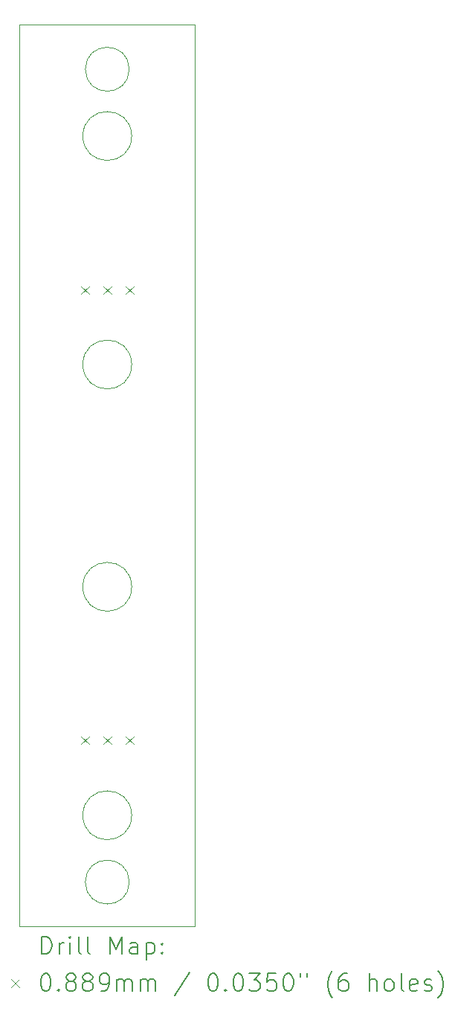
<source format=gbr>
%TF.GenerationSoftware,KiCad,Pcbnew,(6.0.8-1)-1*%
%TF.CreationDate,2022-10-13T14:55:58-04:00*%
%TF.ProjectId,FCAL,4643414c-2e6b-4696-9361-645f70636258,rev?*%
%TF.SameCoordinates,Original*%
%TF.FileFunction,Drillmap*%
%TF.FilePolarity,Positive*%
%FSLAX45Y45*%
G04 Gerber Fmt 4.5, Leading zero omitted, Abs format (unit mm)*
G04 Created by KiCad (PCBNEW (6.0.8-1)-1) date 2022-10-13 14:55:58*
%MOMM*%
%LPD*%
G01*
G04 APERTURE LIST*
%ADD10C,0.100000*%
%ADD11C,0.200000*%
%ADD12C,0.088900*%
G04 APERTURE END LIST*
D10*
X11278150Y-8865000D02*
G75*
G03*
X11278150Y-8865000I-278150J0D01*
G01*
X11278150Y-13995000D02*
G75*
G03*
X11278150Y-13995000I-278150J0D01*
G01*
X10000000Y-5000000D02*
X12000000Y-5000000D01*
X12000000Y-5000000D02*
X12000000Y-15260000D01*
X12000000Y-15260000D02*
X10000000Y-15260000D01*
X10000000Y-15260000D02*
X10000000Y-5000000D01*
X11250000Y-5505000D02*
G75*
G03*
X11250000Y-5505000I-250000J0D01*
G01*
X11278150Y-6265000D02*
G75*
G03*
X11278150Y-6265000I-278150J0D01*
G01*
X11278150Y-11395000D02*
G75*
G03*
X11278150Y-11395000I-278150J0D01*
G01*
X11250000Y-14755000D02*
G75*
G03*
X11250000Y-14755000I-250000J0D01*
G01*
D11*
D12*
X10701550Y-7975550D02*
X10790450Y-8064450D01*
X10790450Y-7975550D02*
X10701550Y-8064450D01*
X10701550Y-13095550D02*
X10790450Y-13184450D01*
X10790450Y-13095550D02*
X10701550Y-13184450D01*
X10955550Y-7975550D02*
X11044450Y-8064450D01*
X11044450Y-7975550D02*
X10955550Y-8064450D01*
X10955550Y-13095550D02*
X11044450Y-13184450D01*
X11044450Y-13095550D02*
X10955550Y-13184450D01*
X11209550Y-7975550D02*
X11298450Y-8064450D01*
X11298450Y-7975550D02*
X11209550Y-8064450D01*
X11209550Y-13095550D02*
X11298450Y-13184450D01*
X11298450Y-13095550D02*
X11209550Y-13184450D01*
D11*
X10252619Y-15575476D02*
X10252619Y-15375476D01*
X10300238Y-15375476D01*
X10328810Y-15385000D01*
X10347857Y-15404048D01*
X10357381Y-15423095D01*
X10366905Y-15461190D01*
X10366905Y-15489762D01*
X10357381Y-15527857D01*
X10347857Y-15546905D01*
X10328810Y-15565952D01*
X10300238Y-15575476D01*
X10252619Y-15575476D01*
X10452619Y-15575476D02*
X10452619Y-15442143D01*
X10452619Y-15480238D02*
X10462143Y-15461190D01*
X10471667Y-15451667D01*
X10490714Y-15442143D01*
X10509762Y-15442143D01*
X10576429Y-15575476D02*
X10576429Y-15442143D01*
X10576429Y-15375476D02*
X10566905Y-15385000D01*
X10576429Y-15394524D01*
X10585952Y-15385000D01*
X10576429Y-15375476D01*
X10576429Y-15394524D01*
X10700238Y-15575476D02*
X10681190Y-15565952D01*
X10671667Y-15546905D01*
X10671667Y-15375476D01*
X10805000Y-15575476D02*
X10785952Y-15565952D01*
X10776429Y-15546905D01*
X10776429Y-15375476D01*
X11033571Y-15575476D02*
X11033571Y-15375476D01*
X11100238Y-15518333D01*
X11166905Y-15375476D01*
X11166905Y-15575476D01*
X11347857Y-15575476D02*
X11347857Y-15470714D01*
X11338333Y-15451667D01*
X11319286Y-15442143D01*
X11281190Y-15442143D01*
X11262143Y-15451667D01*
X11347857Y-15565952D02*
X11328809Y-15575476D01*
X11281190Y-15575476D01*
X11262143Y-15565952D01*
X11252619Y-15546905D01*
X11252619Y-15527857D01*
X11262143Y-15508809D01*
X11281190Y-15499286D01*
X11328809Y-15499286D01*
X11347857Y-15489762D01*
X11443095Y-15442143D02*
X11443095Y-15642143D01*
X11443095Y-15451667D02*
X11462143Y-15442143D01*
X11500238Y-15442143D01*
X11519286Y-15451667D01*
X11528809Y-15461190D01*
X11538333Y-15480238D01*
X11538333Y-15537381D01*
X11528809Y-15556428D01*
X11519286Y-15565952D01*
X11500238Y-15575476D01*
X11462143Y-15575476D01*
X11443095Y-15565952D01*
X11624048Y-15556428D02*
X11633571Y-15565952D01*
X11624048Y-15575476D01*
X11614524Y-15565952D01*
X11624048Y-15556428D01*
X11624048Y-15575476D01*
X11624048Y-15451667D02*
X11633571Y-15461190D01*
X11624048Y-15470714D01*
X11614524Y-15461190D01*
X11624048Y-15451667D01*
X11624048Y-15470714D01*
D12*
X9906100Y-15860550D02*
X9995000Y-15949450D01*
X9995000Y-15860550D02*
X9906100Y-15949450D01*
D11*
X10290714Y-15795476D02*
X10309762Y-15795476D01*
X10328810Y-15805000D01*
X10338333Y-15814524D01*
X10347857Y-15833571D01*
X10357381Y-15871667D01*
X10357381Y-15919286D01*
X10347857Y-15957381D01*
X10338333Y-15976428D01*
X10328810Y-15985952D01*
X10309762Y-15995476D01*
X10290714Y-15995476D01*
X10271667Y-15985952D01*
X10262143Y-15976428D01*
X10252619Y-15957381D01*
X10243095Y-15919286D01*
X10243095Y-15871667D01*
X10252619Y-15833571D01*
X10262143Y-15814524D01*
X10271667Y-15805000D01*
X10290714Y-15795476D01*
X10443095Y-15976428D02*
X10452619Y-15985952D01*
X10443095Y-15995476D01*
X10433571Y-15985952D01*
X10443095Y-15976428D01*
X10443095Y-15995476D01*
X10566905Y-15881190D02*
X10547857Y-15871667D01*
X10538333Y-15862143D01*
X10528810Y-15843095D01*
X10528810Y-15833571D01*
X10538333Y-15814524D01*
X10547857Y-15805000D01*
X10566905Y-15795476D01*
X10605000Y-15795476D01*
X10624048Y-15805000D01*
X10633571Y-15814524D01*
X10643095Y-15833571D01*
X10643095Y-15843095D01*
X10633571Y-15862143D01*
X10624048Y-15871667D01*
X10605000Y-15881190D01*
X10566905Y-15881190D01*
X10547857Y-15890714D01*
X10538333Y-15900238D01*
X10528810Y-15919286D01*
X10528810Y-15957381D01*
X10538333Y-15976428D01*
X10547857Y-15985952D01*
X10566905Y-15995476D01*
X10605000Y-15995476D01*
X10624048Y-15985952D01*
X10633571Y-15976428D01*
X10643095Y-15957381D01*
X10643095Y-15919286D01*
X10633571Y-15900238D01*
X10624048Y-15890714D01*
X10605000Y-15881190D01*
X10757381Y-15881190D02*
X10738333Y-15871667D01*
X10728810Y-15862143D01*
X10719286Y-15843095D01*
X10719286Y-15833571D01*
X10728810Y-15814524D01*
X10738333Y-15805000D01*
X10757381Y-15795476D01*
X10795476Y-15795476D01*
X10814524Y-15805000D01*
X10824048Y-15814524D01*
X10833571Y-15833571D01*
X10833571Y-15843095D01*
X10824048Y-15862143D01*
X10814524Y-15871667D01*
X10795476Y-15881190D01*
X10757381Y-15881190D01*
X10738333Y-15890714D01*
X10728810Y-15900238D01*
X10719286Y-15919286D01*
X10719286Y-15957381D01*
X10728810Y-15976428D01*
X10738333Y-15985952D01*
X10757381Y-15995476D01*
X10795476Y-15995476D01*
X10814524Y-15985952D01*
X10824048Y-15976428D01*
X10833571Y-15957381D01*
X10833571Y-15919286D01*
X10824048Y-15900238D01*
X10814524Y-15890714D01*
X10795476Y-15881190D01*
X10928810Y-15995476D02*
X10966905Y-15995476D01*
X10985952Y-15985952D01*
X10995476Y-15976428D01*
X11014524Y-15947857D01*
X11024048Y-15909762D01*
X11024048Y-15833571D01*
X11014524Y-15814524D01*
X11005000Y-15805000D01*
X10985952Y-15795476D01*
X10947857Y-15795476D01*
X10928810Y-15805000D01*
X10919286Y-15814524D01*
X10909762Y-15833571D01*
X10909762Y-15881190D01*
X10919286Y-15900238D01*
X10928810Y-15909762D01*
X10947857Y-15919286D01*
X10985952Y-15919286D01*
X11005000Y-15909762D01*
X11014524Y-15900238D01*
X11024048Y-15881190D01*
X11109762Y-15995476D02*
X11109762Y-15862143D01*
X11109762Y-15881190D02*
X11119286Y-15871667D01*
X11138333Y-15862143D01*
X11166905Y-15862143D01*
X11185952Y-15871667D01*
X11195476Y-15890714D01*
X11195476Y-15995476D01*
X11195476Y-15890714D02*
X11205000Y-15871667D01*
X11224048Y-15862143D01*
X11252619Y-15862143D01*
X11271667Y-15871667D01*
X11281190Y-15890714D01*
X11281190Y-15995476D01*
X11376428Y-15995476D02*
X11376428Y-15862143D01*
X11376428Y-15881190D02*
X11385952Y-15871667D01*
X11405000Y-15862143D01*
X11433571Y-15862143D01*
X11452619Y-15871667D01*
X11462143Y-15890714D01*
X11462143Y-15995476D01*
X11462143Y-15890714D02*
X11471667Y-15871667D01*
X11490714Y-15862143D01*
X11519286Y-15862143D01*
X11538333Y-15871667D01*
X11547857Y-15890714D01*
X11547857Y-15995476D01*
X11938333Y-15785952D02*
X11766905Y-16043095D01*
X12195476Y-15795476D02*
X12214524Y-15795476D01*
X12233571Y-15805000D01*
X12243095Y-15814524D01*
X12252619Y-15833571D01*
X12262143Y-15871667D01*
X12262143Y-15919286D01*
X12252619Y-15957381D01*
X12243095Y-15976428D01*
X12233571Y-15985952D01*
X12214524Y-15995476D01*
X12195476Y-15995476D01*
X12176428Y-15985952D01*
X12166905Y-15976428D01*
X12157381Y-15957381D01*
X12147857Y-15919286D01*
X12147857Y-15871667D01*
X12157381Y-15833571D01*
X12166905Y-15814524D01*
X12176428Y-15805000D01*
X12195476Y-15795476D01*
X12347857Y-15976428D02*
X12357381Y-15985952D01*
X12347857Y-15995476D01*
X12338333Y-15985952D01*
X12347857Y-15976428D01*
X12347857Y-15995476D01*
X12481190Y-15795476D02*
X12500238Y-15795476D01*
X12519286Y-15805000D01*
X12528809Y-15814524D01*
X12538333Y-15833571D01*
X12547857Y-15871667D01*
X12547857Y-15919286D01*
X12538333Y-15957381D01*
X12528809Y-15976428D01*
X12519286Y-15985952D01*
X12500238Y-15995476D01*
X12481190Y-15995476D01*
X12462143Y-15985952D01*
X12452619Y-15976428D01*
X12443095Y-15957381D01*
X12433571Y-15919286D01*
X12433571Y-15871667D01*
X12443095Y-15833571D01*
X12452619Y-15814524D01*
X12462143Y-15805000D01*
X12481190Y-15795476D01*
X12614524Y-15795476D02*
X12738333Y-15795476D01*
X12671667Y-15871667D01*
X12700238Y-15871667D01*
X12719286Y-15881190D01*
X12728809Y-15890714D01*
X12738333Y-15909762D01*
X12738333Y-15957381D01*
X12728809Y-15976428D01*
X12719286Y-15985952D01*
X12700238Y-15995476D01*
X12643095Y-15995476D01*
X12624048Y-15985952D01*
X12614524Y-15976428D01*
X12919286Y-15795476D02*
X12824048Y-15795476D01*
X12814524Y-15890714D01*
X12824048Y-15881190D01*
X12843095Y-15871667D01*
X12890714Y-15871667D01*
X12909762Y-15881190D01*
X12919286Y-15890714D01*
X12928809Y-15909762D01*
X12928809Y-15957381D01*
X12919286Y-15976428D01*
X12909762Y-15985952D01*
X12890714Y-15995476D01*
X12843095Y-15995476D01*
X12824048Y-15985952D01*
X12814524Y-15976428D01*
X13052619Y-15795476D02*
X13071667Y-15795476D01*
X13090714Y-15805000D01*
X13100238Y-15814524D01*
X13109762Y-15833571D01*
X13119286Y-15871667D01*
X13119286Y-15919286D01*
X13109762Y-15957381D01*
X13100238Y-15976428D01*
X13090714Y-15985952D01*
X13071667Y-15995476D01*
X13052619Y-15995476D01*
X13033571Y-15985952D01*
X13024048Y-15976428D01*
X13014524Y-15957381D01*
X13005000Y-15919286D01*
X13005000Y-15871667D01*
X13014524Y-15833571D01*
X13024048Y-15814524D01*
X13033571Y-15805000D01*
X13052619Y-15795476D01*
X13195476Y-15795476D02*
X13195476Y-15833571D01*
X13271667Y-15795476D02*
X13271667Y-15833571D01*
X13566905Y-16071667D02*
X13557381Y-16062143D01*
X13538333Y-16033571D01*
X13528809Y-16014524D01*
X13519286Y-15985952D01*
X13509762Y-15938333D01*
X13509762Y-15900238D01*
X13519286Y-15852619D01*
X13528809Y-15824048D01*
X13538333Y-15805000D01*
X13557381Y-15776428D01*
X13566905Y-15766905D01*
X13728809Y-15795476D02*
X13690714Y-15795476D01*
X13671667Y-15805000D01*
X13662143Y-15814524D01*
X13643095Y-15843095D01*
X13633571Y-15881190D01*
X13633571Y-15957381D01*
X13643095Y-15976428D01*
X13652619Y-15985952D01*
X13671667Y-15995476D01*
X13709762Y-15995476D01*
X13728809Y-15985952D01*
X13738333Y-15976428D01*
X13747857Y-15957381D01*
X13747857Y-15909762D01*
X13738333Y-15890714D01*
X13728809Y-15881190D01*
X13709762Y-15871667D01*
X13671667Y-15871667D01*
X13652619Y-15881190D01*
X13643095Y-15890714D01*
X13633571Y-15909762D01*
X13985952Y-15995476D02*
X13985952Y-15795476D01*
X14071667Y-15995476D02*
X14071667Y-15890714D01*
X14062143Y-15871667D01*
X14043095Y-15862143D01*
X14014524Y-15862143D01*
X13995476Y-15871667D01*
X13985952Y-15881190D01*
X14195476Y-15995476D02*
X14176428Y-15985952D01*
X14166905Y-15976428D01*
X14157381Y-15957381D01*
X14157381Y-15900238D01*
X14166905Y-15881190D01*
X14176428Y-15871667D01*
X14195476Y-15862143D01*
X14224048Y-15862143D01*
X14243095Y-15871667D01*
X14252619Y-15881190D01*
X14262143Y-15900238D01*
X14262143Y-15957381D01*
X14252619Y-15976428D01*
X14243095Y-15985952D01*
X14224048Y-15995476D01*
X14195476Y-15995476D01*
X14376428Y-15995476D02*
X14357381Y-15985952D01*
X14347857Y-15966905D01*
X14347857Y-15795476D01*
X14528809Y-15985952D02*
X14509762Y-15995476D01*
X14471667Y-15995476D01*
X14452619Y-15985952D01*
X14443095Y-15966905D01*
X14443095Y-15890714D01*
X14452619Y-15871667D01*
X14471667Y-15862143D01*
X14509762Y-15862143D01*
X14528809Y-15871667D01*
X14538333Y-15890714D01*
X14538333Y-15909762D01*
X14443095Y-15928809D01*
X14614524Y-15985952D02*
X14633571Y-15995476D01*
X14671667Y-15995476D01*
X14690714Y-15985952D01*
X14700238Y-15966905D01*
X14700238Y-15957381D01*
X14690714Y-15938333D01*
X14671667Y-15928809D01*
X14643095Y-15928809D01*
X14624048Y-15919286D01*
X14614524Y-15900238D01*
X14614524Y-15890714D01*
X14624048Y-15871667D01*
X14643095Y-15862143D01*
X14671667Y-15862143D01*
X14690714Y-15871667D01*
X14766905Y-16071667D02*
X14776428Y-16062143D01*
X14795476Y-16033571D01*
X14805000Y-16014524D01*
X14814524Y-15985952D01*
X14824048Y-15938333D01*
X14824048Y-15900238D01*
X14814524Y-15852619D01*
X14805000Y-15824048D01*
X14795476Y-15805000D01*
X14776428Y-15776428D01*
X14766905Y-15766905D01*
M02*

</source>
